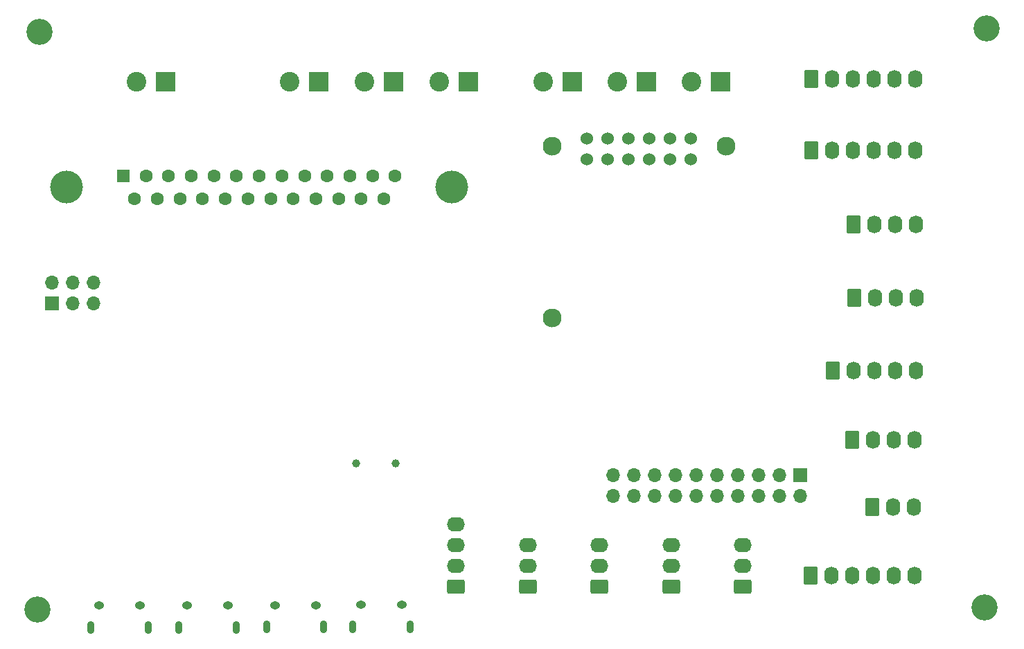
<source format=gbr>
%TF.GenerationSoftware,KiCad,Pcbnew,(6.0.0-0)*%
%TF.CreationDate,2022-12-05T15:15:13-05:00*%
%TF.ProjectId,Body_LED_Controller_V2,426f6479-5f4c-4454-945f-436f6e74726f,1.0*%
%TF.SameCoordinates,Original*%
%TF.FileFunction,Soldermask,Bot*%
%TF.FilePolarity,Negative*%
%FSLAX46Y46*%
G04 Gerber Fmt 4.6, Leading zero omitted, Abs format (unit mm)*
G04 Created by KiCad (PCBNEW (6.0.0-0)) date 2022-12-05 15:15:13*
%MOMM*%
%LPD*%
G01*
G04 APERTURE LIST*
G04 Aperture macros list*
%AMRoundRect*
0 Rectangle with rounded corners*
0 $1 Rounding radius*
0 $2 $3 $4 $5 $6 $7 $8 $9 X,Y pos of 4 corners*
0 Add a 4 corners polygon primitive as box body*
4,1,4,$2,$3,$4,$5,$6,$7,$8,$9,$2,$3,0*
0 Add four circle primitives for the rounded corners*
1,1,$1+$1,$2,$3*
1,1,$1+$1,$4,$5*
1,1,$1+$1,$6,$7*
1,1,$1+$1,$8,$9*
0 Add four rect primitives between the rounded corners*
20,1,$1+$1,$2,$3,$4,$5,0*
20,1,$1+$1,$4,$5,$6,$7,0*
20,1,$1+$1,$6,$7,$8,$9,0*
20,1,$1+$1,$8,$9,$2,$3,0*%
G04 Aperture macros list end*
%ADD10R,1.600000X1.600000*%
%ADD11C,1.600000*%
%ADD12C,4.000000*%
%ADD13RoundRect,0.250000X-0.620000X-0.845000X0.620000X-0.845000X0.620000X0.845000X-0.620000X0.845000X0*%
%ADD14O,1.740000X2.190000*%
%ADD15C,3.200000*%
%ADD16R,2.400000X2.400000*%
%ADD17C,2.400000*%
%ADD18O,0.890000X1.550000*%
%ADD19O,1.250000X0.950000*%
%ADD20RoundRect,0.250000X0.845000X-0.620000X0.845000X0.620000X-0.845000X0.620000X-0.845000X-0.620000X0*%
%ADD21O,2.190000X1.740000*%
%ADD22C,1.007000*%
%ADD23R,1.700000X1.700000*%
%ADD24O,1.700000X1.700000*%
%ADD25C,1.524000*%
%ADD26C,2.300000*%
G04 APERTURE END LIST*
D10*
%TO.C,J22*%
X89140000Y-63335338D03*
D11*
X91910000Y-63335338D03*
X94680000Y-63335338D03*
X97450000Y-63335338D03*
X100220000Y-63335338D03*
X102990000Y-63335338D03*
X105760000Y-63335338D03*
X108530000Y-63335338D03*
X111300000Y-63335338D03*
X114070000Y-63335338D03*
X116840000Y-63335338D03*
X119610000Y-63335338D03*
X122380000Y-63335338D03*
X90525000Y-66175338D03*
X93295000Y-66175338D03*
X96065000Y-66175338D03*
X98835000Y-66175338D03*
X101605000Y-66175338D03*
X104375000Y-66175338D03*
X107145000Y-66175338D03*
X109915000Y-66175338D03*
X112685000Y-66175338D03*
X115455000Y-66175338D03*
X118225000Y-66175338D03*
X120995000Y-66175338D03*
D12*
X82210000Y-64755338D03*
X129310000Y-64755338D03*
%TD*%
D13*
%TO.C,J9*%
X178440000Y-78275000D03*
D14*
X180980000Y-78275000D03*
X183520000Y-78275000D03*
X186060000Y-78275000D03*
%TD*%
D15*
%TO.C,REF\u002A\u002A*%
X78660000Y-116380000D03*
%TD*%
D13*
%TO.C,J5*%
X173210000Y-51503750D03*
D14*
X175750000Y-51503750D03*
X178290000Y-51503750D03*
X180830000Y-51503750D03*
X183370000Y-51503750D03*
X185910000Y-51503750D03*
%TD*%
D16*
%TO.C,J17*%
X143990000Y-51900000D03*
D17*
X140490000Y-51900000D03*
%TD*%
D18*
%TO.C,J11*%
X106655000Y-118530000D03*
D19*
X112655000Y-115830000D03*
X107655000Y-115830000D03*
D18*
X113655000Y-118530000D03*
%TD*%
D13*
%TO.C,J7*%
X175850000Y-87208750D03*
D14*
X178390000Y-87208750D03*
X180930000Y-87208750D03*
X183470000Y-87208750D03*
X186010000Y-87208750D03*
%TD*%
D13*
%TO.C,J1*%
X180710000Y-103816250D03*
D14*
X183250000Y-103816250D03*
X185790000Y-103816250D03*
%TD*%
D18*
%TO.C,J15*%
X95910000Y-118540000D03*
X102910000Y-118540000D03*
D19*
X96910000Y-115840000D03*
X101910000Y-115840000D03*
%TD*%
D16*
%TO.C,J21*%
X94280000Y-51900000D03*
D17*
X90780000Y-51900000D03*
%TD*%
D20*
%TO.C,J24*%
X164850000Y-113600000D03*
D21*
X164850000Y-111060000D03*
X164850000Y-108520000D03*
%TD*%
D22*
%TO.C,Y1*%
X117580000Y-98500000D03*
X122460000Y-98500000D03*
%TD*%
D20*
%TO.C,J13*%
X129790000Y-113600000D03*
D21*
X129790000Y-111060000D03*
X129790000Y-108520000D03*
X129790000Y-105980000D03*
%TD*%
D13*
%TO.C,J27*%
X173200000Y-60227500D03*
D14*
X175740000Y-60227500D03*
X178280000Y-60227500D03*
X180820000Y-60227500D03*
X183360000Y-60227500D03*
X185900000Y-60227500D03*
%TD*%
D16*
%TO.C,J12*%
X122145000Y-51900000D03*
D17*
X118645000Y-51900000D03*
%TD*%
D13*
%TO.C,J4*%
X178370000Y-69281250D03*
D14*
X180910000Y-69281250D03*
X183450000Y-69281250D03*
X185990000Y-69281250D03*
%TD*%
D16*
%TO.C,J16*%
X131280000Y-51900000D03*
D17*
X127780000Y-51900000D03*
%TD*%
D15*
%TO.C,REF\u002A\u002A*%
X194360000Y-116140000D03*
%TD*%
D23*
%TO.C,J20*%
X80450000Y-78950000D03*
D24*
X80450000Y-76410000D03*
X82990000Y-78950000D03*
X82990000Y-76410000D03*
X85530000Y-78950000D03*
X85530000Y-76410000D03*
%TD*%
D18*
%TO.C,J10*%
X124212500Y-118520000D03*
X117212500Y-118520000D03*
D19*
X123212500Y-115820000D03*
X118212500Y-115820000D03*
%TD*%
D20*
%TO.C,J2*%
X138555000Y-113600000D03*
D21*
X138555000Y-111060000D03*
X138555000Y-108520000D03*
%TD*%
D25*
%TO.C,U14*%
X158525000Y-58805000D03*
X155985000Y-58805000D03*
X153445000Y-58805000D03*
X150905000Y-58805000D03*
X148365000Y-58805000D03*
X145825000Y-58805000D03*
X145825000Y-61345000D03*
X148365000Y-61345000D03*
X150905000Y-61345000D03*
X153445000Y-61345000D03*
X155985000Y-61345000D03*
X158525000Y-61345000D03*
D26*
X162775000Y-59735000D03*
X141575000Y-59735000D03*
X141575000Y-80735000D03*
%TD*%
D23*
%TO.C,J3*%
X171890000Y-99920000D03*
D24*
X171890000Y-102460000D03*
X169350000Y-99920000D03*
X169350000Y-102460000D03*
X166810000Y-99920000D03*
X166810000Y-102460000D03*
X164270000Y-99920000D03*
X164270000Y-102460000D03*
X161730000Y-99920000D03*
X161730000Y-102460000D03*
X159190000Y-99920000D03*
X159190000Y-102460000D03*
X156650000Y-99920000D03*
X156650000Y-102460000D03*
X154110000Y-99920000D03*
X154110000Y-102460000D03*
X151570000Y-99920000D03*
X151570000Y-102460000D03*
X149030000Y-99920000D03*
X149030000Y-102460000D03*
%TD*%
D20*
%TO.C,J25*%
X147320000Y-113600000D03*
D21*
X147320000Y-111060000D03*
X147320000Y-108520000D03*
%TD*%
D20*
%TO.C,J26*%
X156085000Y-113600000D03*
D21*
X156085000Y-111060000D03*
X156085000Y-108520000D03*
%TD*%
D15*
%TO.C,REF\u002A\u002A*%
X78870000Y-45790000D03*
%TD*%
D16*
%TO.C,J19*%
X162100000Y-51900000D03*
D17*
X158600000Y-51900000D03*
%TD*%
D13*
%TO.C,J8*%
X173130000Y-112240000D03*
D14*
X175670000Y-112240000D03*
X178210000Y-112240000D03*
X180750000Y-112240000D03*
X183290000Y-112240000D03*
X185830000Y-112240000D03*
%TD*%
D15*
%TO.C,REF\u002A\u002A*%
X194660000Y-45370000D03*
%TD*%
D16*
%TO.C,J23*%
X113010000Y-51900000D03*
D17*
X109510000Y-51900000D03*
%TD*%
D16*
%TO.C,J18*%
X153045000Y-51900000D03*
D17*
X149545000Y-51900000D03*
%TD*%
D13*
%TO.C,J6*%
X178250000Y-95602500D03*
D14*
X180790000Y-95602500D03*
X183330000Y-95602500D03*
X185870000Y-95602500D03*
%TD*%
D19*
%TO.C,J14*%
X86190000Y-115840000D03*
D18*
X92190000Y-118540000D03*
D19*
X91190000Y-115840000D03*
D18*
X85190000Y-118540000D03*
%TD*%
M02*

</source>
